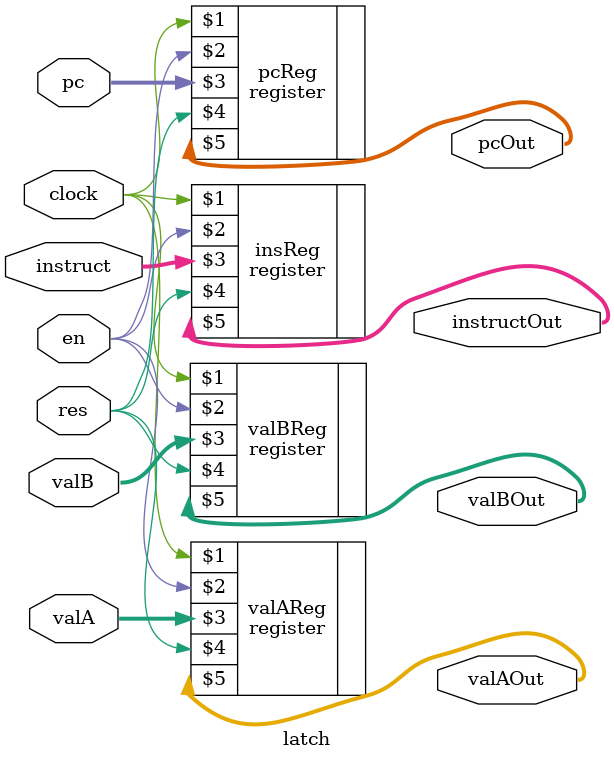
<source format=v>
module latch(clock,en,res,pc,instruct,valA,valB,pcOut,instructOut,valAOut,valBOut);
	input clock, en, res;
	input [31:0] pc, instruct, valA, valB;
	output [31:0] pcOut, instructOut, valAOut, valBOut;
	
	register pcReg(clock,en,pc,res,pcOut);
	register insReg(clock,en,instruct,res,instructOut);
	register valAReg(clock,en,valA,res,valAOut);
	register valBReg(clock,en,valB,res,valBOut);
endmodule
</source>
